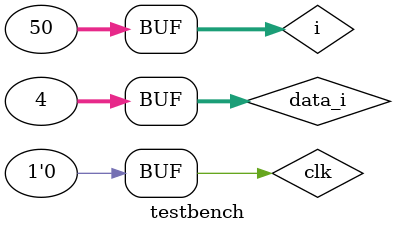
<source format=v>
`timescale 1ns/1ps

module testbench();
    parameter waittime = 20;
    parameter DATA_WITDH = 32;
    parameter ADDR_WIDTH = 3;
    integer i;

    reg [DATA_WITDH - 1:0] data_i;
    reg clk;
    wire [DATA_WITDH - 1:0] data_o;
    wire negative_o, zero_o;

    initial begin
        clk = 0;
        data_i = 32'd4;
        for (i = 0; i < 50; i = i + 1) begin
            clk = ~clk;
            #waittime;
        end
    end

    datapath datapath_inst0 (
        .clk(clk), 
        .data_i(data_i), 
        .data_o(data_o), 
        .negative_o(negative_o), 
        .zero_o(zero_o)
    );
endmodule
</source>
